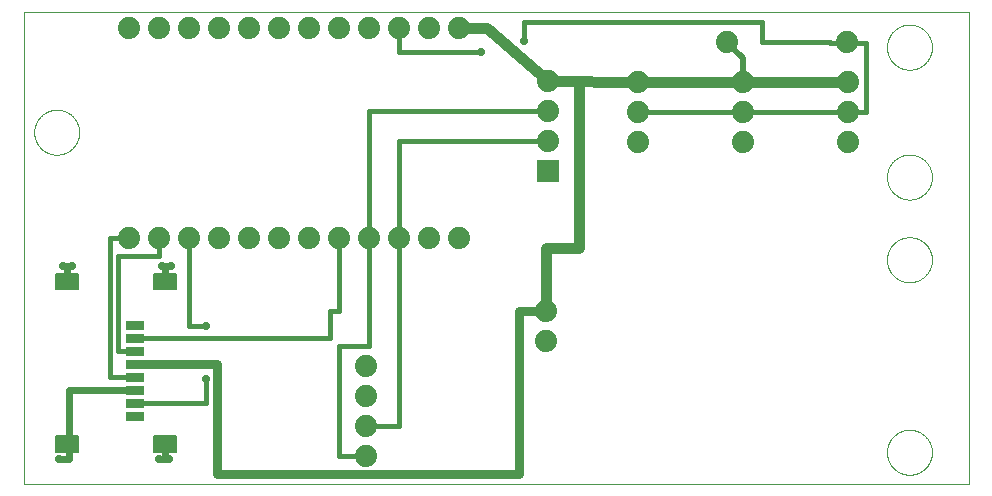
<source format=gtl>
G75*
%MOIN*%
%OFA0B0*%
%FSLAX25Y25*%
%IPPOS*%
%LPD*%
%AMOC8*
5,1,8,0,0,1.08239X$1,22.5*
%
%ADD10C,0.00000*%
%ADD11C,0.07400*%
%ADD12R,0.07400X0.07400*%
%ADD13C,0.00315*%
%ADD14C,0.00571*%
%ADD15C,0.03543*%
%ADD16C,0.01969*%
%ADD17C,0.03150*%
%ADD18C,0.01654*%
%ADD19C,0.01575*%
%ADD20C,0.02778*%
%ADD21C,0.02362*%
D10*
X0005000Y0005000D02*
X0005000Y0162480D01*
X0319961Y0162480D01*
X0319961Y0005000D01*
X0005000Y0005000D01*
X0008524Y0122323D02*
X0008526Y0122507D01*
X0008533Y0122691D01*
X0008544Y0122875D01*
X0008560Y0123058D01*
X0008580Y0123241D01*
X0008605Y0123423D01*
X0008634Y0123605D01*
X0008668Y0123786D01*
X0008706Y0123966D01*
X0008749Y0124145D01*
X0008796Y0124323D01*
X0008847Y0124500D01*
X0008903Y0124676D01*
X0008962Y0124850D01*
X0009027Y0125022D01*
X0009095Y0125193D01*
X0009167Y0125362D01*
X0009244Y0125530D01*
X0009325Y0125695D01*
X0009410Y0125858D01*
X0009498Y0126020D01*
X0009591Y0126179D01*
X0009688Y0126335D01*
X0009788Y0126490D01*
X0009892Y0126642D01*
X0010000Y0126791D01*
X0010111Y0126937D01*
X0010226Y0127081D01*
X0010345Y0127222D01*
X0010467Y0127360D01*
X0010592Y0127495D01*
X0010721Y0127626D01*
X0010852Y0127755D01*
X0010987Y0127880D01*
X0011125Y0128002D01*
X0011266Y0128121D01*
X0011410Y0128236D01*
X0011556Y0128347D01*
X0011705Y0128455D01*
X0011857Y0128559D01*
X0012012Y0128659D01*
X0012168Y0128756D01*
X0012327Y0128849D01*
X0012489Y0128937D01*
X0012652Y0129022D01*
X0012817Y0129103D01*
X0012985Y0129180D01*
X0013154Y0129252D01*
X0013325Y0129320D01*
X0013497Y0129385D01*
X0013671Y0129444D01*
X0013847Y0129500D01*
X0014024Y0129551D01*
X0014202Y0129598D01*
X0014381Y0129641D01*
X0014561Y0129679D01*
X0014742Y0129713D01*
X0014924Y0129742D01*
X0015106Y0129767D01*
X0015289Y0129787D01*
X0015472Y0129803D01*
X0015656Y0129814D01*
X0015840Y0129821D01*
X0016024Y0129823D01*
X0016208Y0129821D01*
X0016392Y0129814D01*
X0016576Y0129803D01*
X0016759Y0129787D01*
X0016942Y0129767D01*
X0017124Y0129742D01*
X0017306Y0129713D01*
X0017487Y0129679D01*
X0017667Y0129641D01*
X0017846Y0129598D01*
X0018024Y0129551D01*
X0018201Y0129500D01*
X0018377Y0129444D01*
X0018551Y0129385D01*
X0018723Y0129320D01*
X0018894Y0129252D01*
X0019063Y0129180D01*
X0019231Y0129103D01*
X0019396Y0129022D01*
X0019559Y0128937D01*
X0019721Y0128849D01*
X0019880Y0128756D01*
X0020036Y0128659D01*
X0020191Y0128559D01*
X0020343Y0128455D01*
X0020492Y0128347D01*
X0020638Y0128236D01*
X0020782Y0128121D01*
X0020923Y0128002D01*
X0021061Y0127880D01*
X0021196Y0127755D01*
X0021327Y0127626D01*
X0021456Y0127495D01*
X0021581Y0127360D01*
X0021703Y0127222D01*
X0021822Y0127081D01*
X0021937Y0126937D01*
X0022048Y0126791D01*
X0022156Y0126642D01*
X0022260Y0126490D01*
X0022360Y0126335D01*
X0022457Y0126179D01*
X0022550Y0126020D01*
X0022638Y0125858D01*
X0022723Y0125695D01*
X0022804Y0125530D01*
X0022881Y0125362D01*
X0022953Y0125193D01*
X0023021Y0125022D01*
X0023086Y0124850D01*
X0023145Y0124676D01*
X0023201Y0124500D01*
X0023252Y0124323D01*
X0023299Y0124145D01*
X0023342Y0123966D01*
X0023380Y0123786D01*
X0023414Y0123605D01*
X0023443Y0123423D01*
X0023468Y0123241D01*
X0023488Y0123058D01*
X0023504Y0122875D01*
X0023515Y0122691D01*
X0023522Y0122507D01*
X0023524Y0122323D01*
X0023522Y0122139D01*
X0023515Y0121955D01*
X0023504Y0121771D01*
X0023488Y0121588D01*
X0023468Y0121405D01*
X0023443Y0121223D01*
X0023414Y0121041D01*
X0023380Y0120860D01*
X0023342Y0120680D01*
X0023299Y0120501D01*
X0023252Y0120323D01*
X0023201Y0120146D01*
X0023145Y0119970D01*
X0023086Y0119796D01*
X0023021Y0119624D01*
X0022953Y0119453D01*
X0022881Y0119284D01*
X0022804Y0119116D01*
X0022723Y0118951D01*
X0022638Y0118788D01*
X0022550Y0118626D01*
X0022457Y0118467D01*
X0022360Y0118311D01*
X0022260Y0118156D01*
X0022156Y0118004D01*
X0022048Y0117855D01*
X0021937Y0117709D01*
X0021822Y0117565D01*
X0021703Y0117424D01*
X0021581Y0117286D01*
X0021456Y0117151D01*
X0021327Y0117020D01*
X0021196Y0116891D01*
X0021061Y0116766D01*
X0020923Y0116644D01*
X0020782Y0116525D01*
X0020638Y0116410D01*
X0020492Y0116299D01*
X0020343Y0116191D01*
X0020191Y0116087D01*
X0020036Y0115987D01*
X0019880Y0115890D01*
X0019721Y0115797D01*
X0019559Y0115709D01*
X0019396Y0115624D01*
X0019231Y0115543D01*
X0019063Y0115466D01*
X0018894Y0115394D01*
X0018723Y0115326D01*
X0018551Y0115261D01*
X0018377Y0115202D01*
X0018201Y0115146D01*
X0018024Y0115095D01*
X0017846Y0115048D01*
X0017667Y0115005D01*
X0017487Y0114967D01*
X0017306Y0114933D01*
X0017124Y0114904D01*
X0016942Y0114879D01*
X0016759Y0114859D01*
X0016576Y0114843D01*
X0016392Y0114832D01*
X0016208Y0114825D01*
X0016024Y0114823D01*
X0015840Y0114825D01*
X0015656Y0114832D01*
X0015472Y0114843D01*
X0015289Y0114859D01*
X0015106Y0114879D01*
X0014924Y0114904D01*
X0014742Y0114933D01*
X0014561Y0114967D01*
X0014381Y0115005D01*
X0014202Y0115048D01*
X0014024Y0115095D01*
X0013847Y0115146D01*
X0013671Y0115202D01*
X0013497Y0115261D01*
X0013325Y0115326D01*
X0013154Y0115394D01*
X0012985Y0115466D01*
X0012817Y0115543D01*
X0012652Y0115624D01*
X0012489Y0115709D01*
X0012327Y0115797D01*
X0012168Y0115890D01*
X0012012Y0115987D01*
X0011857Y0116087D01*
X0011705Y0116191D01*
X0011556Y0116299D01*
X0011410Y0116410D01*
X0011266Y0116525D01*
X0011125Y0116644D01*
X0010987Y0116766D01*
X0010852Y0116891D01*
X0010721Y0117020D01*
X0010592Y0117151D01*
X0010467Y0117286D01*
X0010345Y0117424D01*
X0010226Y0117565D01*
X0010111Y0117709D01*
X0010000Y0117855D01*
X0009892Y0118004D01*
X0009788Y0118156D01*
X0009688Y0118311D01*
X0009591Y0118467D01*
X0009498Y0118626D01*
X0009410Y0118788D01*
X0009325Y0118951D01*
X0009244Y0119116D01*
X0009167Y0119284D01*
X0009095Y0119453D01*
X0009027Y0119624D01*
X0008962Y0119796D01*
X0008903Y0119970D01*
X0008847Y0120146D01*
X0008796Y0120323D01*
X0008749Y0120501D01*
X0008706Y0120680D01*
X0008668Y0120860D01*
X0008634Y0121041D01*
X0008605Y0121223D01*
X0008580Y0121405D01*
X0008560Y0121588D01*
X0008544Y0121771D01*
X0008533Y0121955D01*
X0008526Y0122139D01*
X0008524Y0122323D01*
X0292776Y0107362D02*
X0292778Y0107546D01*
X0292785Y0107730D01*
X0292796Y0107914D01*
X0292812Y0108097D01*
X0292832Y0108280D01*
X0292857Y0108462D01*
X0292886Y0108644D01*
X0292920Y0108825D01*
X0292958Y0109005D01*
X0293001Y0109184D01*
X0293048Y0109362D01*
X0293099Y0109539D01*
X0293155Y0109715D01*
X0293214Y0109889D01*
X0293279Y0110061D01*
X0293347Y0110232D01*
X0293419Y0110401D01*
X0293496Y0110569D01*
X0293577Y0110734D01*
X0293662Y0110897D01*
X0293750Y0111059D01*
X0293843Y0111218D01*
X0293940Y0111374D01*
X0294040Y0111529D01*
X0294144Y0111681D01*
X0294252Y0111830D01*
X0294363Y0111976D01*
X0294478Y0112120D01*
X0294597Y0112261D01*
X0294719Y0112399D01*
X0294844Y0112534D01*
X0294973Y0112665D01*
X0295104Y0112794D01*
X0295239Y0112919D01*
X0295377Y0113041D01*
X0295518Y0113160D01*
X0295662Y0113275D01*
X0295808Y0113386D01*
X0295957Y0113494D01*
X0296109Y0113598D01*
X0296264Y0113698D01*
X0296420Y0113795D01*
X0296579Y0113888D01*
X0296741Y0113976D01*
X0296904Y0114061D01*
X0297069Y0114142D01*
X0297237Y0114219D01*
X0297406Y0114291D01*
X0297577Y0114359D01*
X0297749Y0114424D01*
X0297923Y0114483D01*
X0298099Y0114539D01*
X0298276Y0114590D01*
X0298454Y0114637D01*
X0298633Y0114680D01*
X0298813Y0114718D01*
X0298994Y0114752D01*
X0299176Y0114781D01*
X0299358Y0114806D01*
X0299541Y0114826D01*
X0299724Y0114842D01*
X0299908Y0114853D01*
X0300092Y0114860D01*
X0300276Y0114862D01*
X0300460Y0114860D01*
X0300644Y0114853D01*
X0300828Y0114842D01*
X0301011Y0114826D01*
X0301194Y0114806D01*
X0301376Y0114781D01*
X0301558Y0114752D01*
X0301739Y0114718D01*
X0301919Y0114680D01*
X0302098Y0114637D01*
X0302276Y0114590D01*
X0302453Y0114539D01*
X0302629Y0114483D01*
X0302803Y0114424D01*
X0302975Y0114359D01*
X0303146Y0114291D01*
X0303315Y0114219D01*
X0303483Y0114142D01*
X0303648Y0114061D01*
X0303811Y0113976D01*
X0303973Y0113888D01*
X0304132Y0113795D01*
X0304288Y0113698D01*
X0304443Y0113598D01*
X0304595Y0113494D01*
X0304744Y0113386D01*
X0304890Y0113275D01*
X0305034Y0113160D01*
X0305175Y0113041D01*
X0305313Y0112919D01*
X0305448Y0112794D01*
X0305579Y0112665D01*
X0305708Y0112534D01*
X0305833Y0112399D01*
X0305955Y0112261D01*
X0306074Y0112120D01*
X0306189Y0111976D01*
X0306300Y0111830D01*
X0306408Y0111681D01*
X0306512Y0111529D01*
X0306612Y0111374D01*
X0306709Y0111218D01*
X0306802Y0111059D01*
X0306890Y0110897D01*
X0306975Y0110734D01*
X0307056Y0110569D01*
X0307133Y0110401D01*
X0307205Y0110232D01*
X0307273Y0110061D01*
X0307338Y0109889D01*
X0307397Y0109715D01*
X0307453Y0109539D01*
X0307504Y0109362D01*
X0307551Y0109184D01*
X0307594Y0109005D01*
X0307632Y0108825D01*
X0307666Y0108644D01*
X0307695Y0108462D01*
X0307720Y0108280D01*
X0307740Y0108097D01*
X0307756Y0107914D01*
X0307767Y0107730D01*
X0307774Y0107546D01*
X0307776Y0107362D01*
X0307774Y0107178D01*
X0307767Y0106994D01*
X0307756Y0106810D01*
X0307740Y0106627D01*
X0307720Y0106444D01*
X0307695Y0106262D01*
X0307666Y0106080D01*
X0307632Y0105899D01*
X0307594Y0105719D01*
X0307551Y0105540D01*
X0307504Y0105362D01*
X0307453Y0105185D01*
X0307397Y0105009D01*
X0307338Y0104835D01*
X0307273Y0104663D01*
X0307205Y0104492D01*
X0307133Y0104323D01*
X0307056Y0104155D01*
X0306975Y0103990D01*
X0306890Y0103827D01*
X0306802Y0103665D01*
X0306709Y0103506D01*
X0306612Y0103350D01*
X0306512Y0103195D01*
X0306408Y0103043D01*
X0306300Y0102894D01*
X0306189Y0102748D01*
X0306074Y0102604D01*
X0305955Y0102463D01*
X0305833Y0102325D01*
X0305708Y0102190D01*
X0305579Y0102059D01*
X0305448Y0101930D01*
X0305313Y0101805D01*
X0305175Y0101683D01*
X0305034Y0101564D01*
X0304890Y0101449D01*
X0304744Y0101338D01*
X0304595Y0101230D01*
X0304443Y0101126D01*
X0304288Y0101026D01*
X0304132Y0100929D01*
X0303973Y0100836D01*
X0303811Y0100748D01*
X0303648Y0100663D01*
X0303483Y0100582D01*
X0303315Y0100505D01*
X0303146Y0100433D01*
X0302975Y0100365D01*
X0302803Y0100300D01*
X0302629Y0100241D01*
X0302453Y0100185D01*
X0302276Y0100134D01*
X0302098Y0100087D01*
X0301919Y0100044D01*
X0301739Y0100006D01*
X0301558Y0099972D01*
X0301376Y0099943D01*
X0301194Y0099918D01*
X0301011Y0099898D01*
X0300828Y0099882D01*
X0300644Y0099871D01*
X0300460Y0099864D01*
X0300276Y0099862D01*
X0300092Y0099864D01*
X0299908Y0099871D01*
X0299724Y0099882D01*
X0299541Y0099898D01*
X0299358Y0099918D01*
X0299176Y0099943D01*
X0298994Y0099972D01*
X0298813Y0100006D01*
X0298633Y0100044D01*
X0298454Y0100087D01*
X0298276Y0100134D01*
X0298099Y0100185D01*
X0297923Y0100241D01*
X0297749Y0100300D01*
X0297577Y0100365D01*
X0297406Y0100433D01*
X0297237Y0100505D01*
X0297069Y0100582D01*
X0296904Y0100663D01*
X0296741Y0100748D01*
X0296579Y0100836D01*
X0296420Y0100929D01*
X0296264Y0101026D01*
X0296109Y0101126D01*
X0295957Y0101230D01*
X0295808Y0101338D01*
X0295662Y0101449D01*
X0295518Y0101564D01*
X0295377Y0101683D01*
X0295239Y0101805D01*
X0295104Y0101930D01*
X0294973Y0102059D01*
X0294844Y0102190D01*
X0294719Y0102325D01*
X0294597Y0102463D01*
X0294478Y0102604D01*
X0294363Y0102748D01*
X0294252Y0102894D01*
X0294144Y0103043D01*
X0294040Y0103195D01*
X0293940Y0103350D01*
X0293843Y0103506D01*
X0293750Y0103665D01*
X0293662Y0103827D01*
X0293577Y0103990D01*
X0293496Y0104155D01*
X0293419Y0104323D01*
X0293347Y0104492D01*
X0293279Y0104663D01*
X0293214Y0104835D01*
X0293155Y0105009D01*
X0293099Y0105185D01*
X0293048Y0105362D01*
X0293001Y0105540D01*
X0292958Y0105719D01*
X0292920Y0105899D01*
X0292886Y0106080D01*
X0292857Y0106262D01*
X0292832Y0106444D01*
X0292812Y0106627D01*
X0292796Y0106810D01*
X0292785Y0106994D01*
X0292778Y0107178D01*
X0292776Y0107362D01*
X0292776Y0079803D02*
X0292778Y0079987D01*
X0292785Y0080171D01*
X0292796Y0080355D01*
X0292812Y0080538D01*
X0292832Y0080721D01*
X0292857Y0080903D01*
X0292886Y0081085D01*
X0292920Y0081266D01*
X0292958Y0081446D01*
X0293001Y0081625D01*
X0293048Y0081803D01*
X0293099Y0081980D01*
X0293155Y0082156D01*
X0293214Y0082330D01*
X0293279Y0082502D01*
X0293347Y0082673D01*
X0293419Y0082842D01*
X0293496Y0083010D01*
X0293577Y0083175D01*
X0293662Y0083338D01*
X0293750Y0083500D01*
X0293843Y0083659D01*
X0293940Y0083815D01*
X0294040Y0083970D01*
X0294144Y0084122D01*
X0294252Y0084271D01*
X0294363Y0084417D01*
X0294478Y0084561D01*
X0294597Y0084702D01*
X0294719Y0084840D01*
X0294844Y0084975D01*
X0294973Y0085106D01*
X0295104Y0085235D01*
X0295239Y0085360D01*
X0295377Y0085482D01*
X0295518Y0085601D01*
X0295662Y0085716D01*
X0295808Y0085827D01*
X0295957Y0085935D01*
X0296109Y0086039D01*
X0296264Y0086139D01*
X0296420Y0086236D01*
X0296579Y0086329D01*
X0296741Y0086417D01*
X0296904Y0086502D01*
X0297069Y0086583D01*
X0297237Y0086660D01*
X0297406Y0086732D01*
X0297577Y0086800D01*
X0297749Y0086865D01*
X0297923Y0086924D01*
X0298099Y0086980D01*
X0298276Y0087031D01*
X0298454Y0087078D01*
X0298633Y0087121D01*
X0298813Y0087159D01*
X0298994Y0087193D01*
X0299176Y0087222D01*
X0299358Y0087247D01*
X0299541Y0087267D01*
X0299724Y0087283D01*
X0299908Y0087294D01*
X0300092Y0087301D01*
X0300276Y0087303D01*
X0300460Y0087301D01*
X0300644Y0087294D01*
X0300828Y0087283D01*
X0301011Y0087267D01*
X0301194Y0087247D01*
X0301376Y0087222D01*
X0301558Y0087193D01*
X0301739Y0087159D01*
X0301919Y0087121D01*
X0302098Y0087078D01*
X0302276Y0087031D01*
X0302453Y0086980D01*
X0302629Y0086924D01*
X0302803Y0086865D01*
X0302975Y0086800D01*
X0303146Y0086732D01*
X0303315Y0086660D01*
X0303483Y0086583D01*
X0303648Y0086502D01*
X0303811Y0086417D01*
X0303973Y0086329D01*
X0304132Y0086236D01*
X0304288Y0086139D01*
X0304443Y0086039D01*
X0304595Y0085935D01*
X0304744Y0085827D01*
X0304890Y0085716D01*
X0305034Y0085601D01*
X0305175Y0085482D01*
X0305313Y0085360D01*
X0305448Y0085235D01*
X0305579Y0085106D01*
X0305708Y0084975D01*
X0305833Y0084840D01*
X0305955Y0084702D01*
X0306074Y0084561D01*
X0306189Y0084417D01*
X0306300Y0084271D01*
X0306408Y0084122D01*
X0306512Y0083970D01*
X0306612Y0083815D01*
X0306709Y0083659D01*
X0306802Y0083500D01*
X0306890Y0083338D01*
X0306975Y0083175D01*
X0307056Y0083010D01*
X0307133Y0082842D01*
X0307205Y0082673D01*
X0307273Y0082502D01*
X0307338Y0082330D01*
X0307397Y0082156D01*
X0307453Y0081980D01*
X0307504Y0081803D01*
X0307551Y0081625D01*
X0307594Y0081446D01*
X0307632Y0081266D01*
X0307666Y0081085D01*
X0307695Y0080903D01*
X0307720Y0080721D01*
X0307740Y0080538D01*
X0307756Y0080355D01*
X0307767Y0080171D01*
X0307774Y0079987D01*
X0307776Y0079803D01*
X0307774Y0079619D01*
X0307767Y0079435D01*
X0307756Y0079251D01*
X0307740Y0079068D01*
X0307720Y0078885D01*
X0307695Y0078703D01*
X0307666Y0078521D01*
X0307632Y0078340D01*
X0307594Y0078160D01*
X0307551Y0077981D01*
X0307504Y0077803D01*
X0307453Y0077626D01*
X0307397Y0077450D01*
X0307338Y0077276D01*
X0307273Y0077104D01*
X0307205Y0076933D01*
X0307133Y0076764D01*
X0307056Y0076596D01*
X0306975Y0076431D01*
X0306890Y0076268D01*
X0306802Y0076106D01*
X0306709Y0075947D01*
X0306612Y0075791D01*
X0306512Y0075636D01*
X0306408Y0075484D01*
X0306300Y0075335D01*
X0306189Y0075189D01*
X0306074Y0075045D01*
X0305955Y0074904D01*
X0305833Y0074766D01*
X0305708Y0074631D01*
X0305579Y0074500D01*
X0305448Y0074371D01*
X0305313Y0074246D01*
X0305175Y0074124D01*
X0305034Y0074005D01*
X0304890Y0073890D01*
X0304744Y0073779D01*
X0304595Y0073671D01*
X0304443Y0073567D01*
X0304288Y0073467D01*
X0304132Y0073370D01*
X0303973Y0073277D01*
X0303811Y0073189D01*
X0303648Y0073104D01*
X0303483Y0073023D01*
X0303315Y0072946D01*
X0303146Y0072874D01*
X0302975Y0072806D01*
X0302803Y0072741D01*
X0302629Y0072682D01*
X0302453Y0072626D01*
X0302276Y0072575D01*
X0302098Y0072528D01*
X0301919Y0072485D01*
X0301739Y0072447D01*
X0301558Y0072413D01*
X0301376Y0072384D01*
X0301194Y0072359D01*
X0301011Y0072339D01*
X0300828Y0072323D01*
X0300644Y0072312D01*
X0300460Y0072305D01*
X0300276Y0072303D01*
X0300092Y0072305D01*
X0299908Y0072312D01*
X0299724Y0072323D01*
X0299541Y0072339D01*
X0299358Y0072359D01*
X0299176Y0072384D01*
X0298994Y0072413D01*
X0298813Y0072447D01*
X0298633Y0072485D01*
X0298454Y0072528D01*
X0298276Y0072575D01*
X0298099Y0072626D01*
X0297923Y0072682D01*
X0297749Y0072741D01*
X0297577Y0072806D01*
X0297406Y0072874D01*
X0297237Y0072946D01*
X0297069Y0073023D01*
X0296904Y0073104D01*
X0296741Y0073189D01*
X0296579Y0073277D01*
X0296420Y0073370D01*
X0296264Y0073467D01*
X0296109Y0073567D01*
X0295957Y0073671D01*
X0295808Y0073779D01*
X0295662Y0073890D01*
X0295518Y0074005D01*
X0295377Y0074124D01*
X0295239Y0074246D01*
X0295104Y0074371D01*
X0294973Y0074500D01*
X0294844Y0074631D01*
X0294719Y0074766D01*
X0294597Y0074904D01*
X0294478Y0075045D01*
X0294363Y0075189D01*
X0294252Y0075335D01*
X0294144Y0075484D01*
X0294040Y0075636D01*
X0293940Y0075791D01*
X0293843Y0075947D01*
X0293750Y0076106D01*
X0293662Y0076268D01*
X0293577Y0076431D01*
X0293496Y0076596D01*
X0293419Y0076764D01*
X0293347Y0076933D01*
X0293279Y0077104D01*
X0293214Y0077276D01*
X0293155Y0077450D01*
X0293099Y0077626D01*
X0293048Y0077803D01*
X0293001Y0077981D01*
X0292958Y0078160D01*
X0292920Y0078340D01*
X0292886Y0078521D01*
X0292857Y0078703D01*
X0292832Y0078885D01*
X0292812Y0079068D01*
X0292796Y0079251D01*
X0292785Y0079435D01*
X0292778Y0079619D01*
X0292776Y0079803D01*
X0292776Y0015630D02*
X0292778Y0015814D01*
X0292785Y0015998D01*
X0292796Y0016182D01*
X0292812Y0016365D01*
X0292832Y0016548D01*
X0292857Y0016730D01*
X0292886Y0016912D01*
X0292920Y0017093D01*
X0292958Y0017273D01*
X0293001Y0017452D01*
X0293048Y0017630D01*
X0293099Y0017807D01*
X0293155Y0017983D01*
X0293214Y0018157D01*
X0293279Y0018329D01*
X0293347Y0018500D01*
X0293419Y0018669D01*
X0293496Y0018837D01*
X0293577Y0019002D01*
X0293662Y0019165D01*
X0293750Y0019327D01*
X0293843Y0019486D01*
X0293940Y0019642D01*
X0294040Y0019797D01*
X0294144Y0019949D01*
X0294252Y0020098D01*
X0294363Y0020244D01*
X0294478Y0020388D01*
X0294597Y0020529D01*
X0294719Y0020667D01*
X0294844Y0020802D01*
X0294973Y0020933D01*
X0295104Y0021062D01*
X0295239Y0021187D01*
X0295377Y0021309D01*
X0295518Y0021428D01*
X0295662Y0021543D01*
X0295808Y0021654D01*
X0295957Y0021762D01*
X0296109Y0021866D01*
X0296264Y0021966D01*
X0296420Y0022063D01*
X0296579Y0022156D01*
X0296741Y0022244D01*
X0296904Y0022329D01*
X0297069Y0022410D01*
X0297237Y0022487D01*
X0297406Y0022559D01*
X0297577Y0022627D01*
X0297749Y0022692D01*
X0297923Y0022751D01*
X0298099Y0022807D01*
X0298276Y0022858D01*
X0298454Y0022905D01*
X0298633Y0022948D01*
X0298813Y0022986D01*
X0298994Y0023020D01*
X0299176Y0023049D01*
X0299358Y0023074D01*
X0299541Y0023094D01*
X0299724Y0023110D01*
X0299908Y0023121D01*
X0300092Y0023128D01*
X0300276Y0023130D01*
X0300460Y0023128D01*
X0300644Y0023121D01*
X0300828Y0023110D01*
X0301011Y0023094D01*
X0301194Y0023074D01*
X0301376Y0023049D01*
X0301558Y0023020D01*
X0301739Y0022986D01*
X0301919Y0022948D01*
X0302098Y0022905D01*
X0302276Y0022858D01*
X0302453Y0022807D01*
X0302629Y0022751D01*
X0302803Y0022692D01*
X0302975Y0022627D01*
X0303146Y0022559D01*
X0303315Y0022487D01*
X0303483Y0022410D01*
X0303648Y0022329D01*
X0303811Y0022244D01*
X0303973Y0022156D01*
X0304132Y0022063D01*
X0304288Y0021966D01*
X0304443Y0021866D01*
X0304595Y0021762D01*
X0304744Y0021654D01*
X0304890Y0021543D01*
X0305034Y0021428D01*
X0305175Y0021309D01*
X0305313Y0021187D01*
X0305448Y0021062D01*
X0305579Y0020933D01*
X0305708Y0020802D01*
X0305833Y0020667D01*
X0305955Y0020529D01*
X0306074Y0020388D01*
X0306189Y0020244D01*
X0306300Y0020098D01*
X0306408Y0019949D01*
X0306512Y0019797D01*
X0306612Y0019642D01*
X0306709Y0019486D01*
X0306802Y0019327D01*
X0306890Y0019165D01*
X0306975Y0019002D01*
X0307056Y0018837D01*
X0307133Y0018669D01*
X0307205Y0018500D01*
X0307273Y0018329D01*
X0307338Y0018157D01*
X0307397Y0017983D01*
X0307453Y0017807D01*
X0307504Y0017630D01*
X0307551Y0017452D01*
X0307594Y0017273D01*
X0307632Y0017093D01*
X0307666Y0016912D01*
X0307695Y0016730D01*
X0307720Y0016548D01*
X0307740Y0016365D01*
X0307756Y0016182D01*
X0307767Y0015998D01*
X0307774Y0015814D01*
X0307776Y0015630D01*
X0307774Y0015446D01*
X0307767Y0015262D01*
X0307756Y0015078D01*
X0307740Y0014895D01*
X0307720Y0014712D01*
X0307695Y0014530D01*
X0307666Y0014348D01*
X0307632Y0014167D01*
X0307594Y0013987D01*
X0307551Y0013808D01*
X0307504Y0013630D01*
X0307453Y0013453D01*
X0307397Y0013277D01*
X0307338Y0013103D01*
X0307273Y0012931D01*
X0307205Y0012760D01*
X0307133Y0012591D01*
X0307056Y0012423D01*
X0306975Y0012258D01*
X0306890Y0012095D01*
X0306802Y0011933D01*
X0306709Y0011774D01*
X0306612Y0011618D01*
X0306512Y0011463D01*
X0306408Y0011311D01*
X0306300Y0011162D01*
X0306189Y0011016D01*
X0306074Y0010872D01*
X0305955Y0010731D01*
X0305833Y0010593D01*
X0305708Y0010458D01*
X0305579Y0010327D01*
X0305448Y0010198D01*
X0305313Y0010073D01*
X0305175Y0009951D01*
X0305034Y0009832D01*
X0304890Y0009717D01*
X0304744Y0009606D01*
X0304595Y0009498D01*
X0304443Y0009394D01*
X0304288Y0009294D01*
X0304132Y0009197D01*
X0303973Y0009104D01*
X0303811Y0009016D01*
X0303648Y0008931D01*
X0303483Y0008850D01*
X0303315Y0008773D01*
X0303146Y0008701D01*
X0302975Y0008633D01*
X0302803Y0008568D01*
X0302629Y0008509D01*
X0302453Y0008453D01*
X0302276Y0008402D01*
X0302098Y0008355D01*
X0301919Y0008312D01*
X0301739Y0008274D01*
X0301558Y0008240D01*
X0301376Y0008211D01*
X0301194Y0008186D01*
X0301011Y0008166D01*
X0300828Y0008150D01*
X0300644Y0008139D01*
X0300460Y0008132D01*
X0300276Y0008130D01*
X0300092Y0008132D01*
X0299908Y0008139D01*
X0299724Y0008150D01*
X0299541Y0008166D01*
X0299358Y0008186D01*
X0299176Y0008211D01*
X0298994Y0008240D01*
X0298813Y0008274D01*
X0298633Y0008312D01*
X0298454Y0008355D01*
X0298276Y0008402D01*
X0298099Y0008453D01*
X0297923Y0008509D01*
X0297749Y0008568D01*
X0297577Y0008633D01*
X0297406Y0008701D01*
X0297237Y0008773D01*
X0297069Y0008850D01*
X0296904Y0008931D01*
X0296741Y0009016D01*
X0296579Y0009104D01*
X0296420Y0009197D01*
X0296264Y0009294D01*
X0296109Y0009394D01*
X0295957Y0009498D01*
X0295808Y0009606D01*
X0295662Y0009717D01*
X0295518Y0009832D01*
X0295377Y0009951D01*
X0295239Y0010073D01*
X0295104Y0010198D01*
X0294973Y0010327D01*
X0294844Y0010458D01*
X0294719Y0010593D01*
X0294597Y0010731D01*
X0294478Y0010872D01*
X0294363Y0011016D01*
X0294252Y0011162D01*
X0294144Y0011311D01*
X0294040Y0011463D01*
X0293940Y0011618D01*
X0293843Y0011774D01*
X0293750Y0011933D01*
X0293662Y0012095D01*
X0293577Y0012258D01*
X0293496Y0012423D01*
X0293419Y0012591D01*
X0293347Y0012760D01*
X0293279Y0012931D01*
X0293214Y0013103D01*
X0293155Y0013277D01*
X0293099Y0013453D01*
X0293048Y0013630D01*
X0293001Y0013808D01*
X0292958Y0013987D01*
X0292920Y0014167D01*
X0292886Y0014348D01*
X0292857Y0014530D01*
X0292832Y0014712D01*
X0292812Y0014895D01*
X0292796Y0015078D01*
X0292785Y0015262D01*
X0292778Y0015446D01*
X0292776Y0015630D01*
X0292776Y0150669D02*
X0292778Y0150853D01*
X0292785Y0151037D01*
X0292796Y0151221D01*
X0292812Y0151404D01*
X0292832Y0151587D01*
X0292857Y0151769D01*
X0292886Y0151951D01*
X0292920Y0152132D01*
X0292958Y0152312D01*
X0293001Y0152491D01*
X0293048Y0152669D01*
X0293099Y0152846D01*
X0293155Y0153022D01*
X0293214Y0153196D01*
X0293279Y0153368D01*
X0293347Y0153539D01*
X0293419Y0153708D01*
X0293496Y0153876D01*
X0293577Y0154041D01*
X0293662Y0154204D01*
X0293750Y0154366D01*
X0293843Y0154525D01*
X0293940Y0154681D01*
X0294040Y0154836D01*
X0294144Y0154988D01*
X0294252Y0155137D01*
X0294363Y0155283D01*
X0294478Y0155427D01*
X0294597Y0155568D01*
X0294719Y0155706D01*
X0294844Y0155841D01*
X0294973Y0155972D01*
X0295104Y0156101D01*
X0295239Y0156226D01*
X0295377Y0156348D01*
X0295518Y0156467D01*
X0295662Y0156582D01*
X0295808Y0156693D01*
X0295957Y0156801D01*
X0296109Y0156905D01*
X0296264Y0157005D01*
X0296420Y0157102D01*
X0296579Y0157195D01*
X0296741Y0157283D01*
X0296904Y0157368D01*
X0297069Y0157449D01*
X0297237Y0157526D01*
X0297406Y0157598D01*
X0297577Y0157666D01*
X0297749Y0157731D01*
X0297923Y0157790D01*
X0298099Y0157846D01*
X0298276Y0157897D01*
X0298454Y0157944D01*
X0298633Y0157987D01*
X0298813Y0158025D01*
X0298994Y0158059D01*
X0299176Y0158088D01*
X0299358Y0158113D01*
X0299541Y0158133D01*
X0299724Y0158149D01*
X0299908Y0158160D01*
X0300092Y0158167D01*
X0300276Y0158169D01*
X0300460Y0158167D01*
X0300644Y0158160D01*
X0300828Y0158149D01*
X0301011Y0158133D01*
X0301194Y0158113D01*
X0301376Y0158088D01*
X0301558Y0158059D01*
X0301739Y0158025D01*
X0301919Y0157987D01*
X0302098Y0157944D01*
X0302276Y0157897D01*
X0302453Y0157846D01*
X0302629Y0157790D01*
X0302803Y0157731D01*
X0302975Y0157666D01*
X0303146Y0157598D01*
X0303315Y0157526D01*
X0303483Y0157449D01*
X0303648Y0157368D01*
X0303811Y0157283D01*
X0303973Y0157195D01*
X0304132Y0157102D01*
X0304288Y0157005D01*
X0304443Y0156905D01*
X0304595Y0156801D01*
X0304744Y0156693D01*
X0304890Y0156582D01*
X0305034Y0156467D01*
X0305175Y0156348D01*
X0305313Y0156226D01*
X0305448Y0156101D01*
X0305579Y0155972D01*
X0305708Y0155841D01*
X0305833Y0155706D01*
X0305955Y0155568D01*
X0306074Y0155427D01*
X0306189Y0155283D01*
X0306300Y0155137D01*
X0306408Y0154988D01*
X0306512Y0154836D01*
X0306612Y0154681D01*
X0306709Y0154525D01*
X0306802Y0154366D01*
X0306890Y0154204D01*
X0306975Y0154041D01*
X0307056Y0153876D01*
X0307133Y0153708D01*
X0307205Y0153539D01*
X0307273Y0153368D01*
X0307338Y0153196D01*
X0307397Y0153022D01*
X0307453Y0152846D01*
X0307504Y0152669D01*
X0307551Y0152491D01*
X0307594Y0152312D01*
X0307632Y0152132D01*
X0307666Y0151951D01*
X0307695Y0151769D01*
X0307720Y0151587D01*
X0307740Y0151404D01*
X0307756Y0151221D01*
X0307767Y0151037D01*
X0307774Y0150853D01*
X0307776Y0150669D01*
X0307774Y0150485D01*
X0307767Y0150301D01*
X0307756Y0150117D01*
X0307740Y0149934D01*
X0307720Y0149751D01*
X0307695Y0149569D01*
X0307666Y0149387D01*
X0307632Y0149206D01*
X0307594Y0149026D01*
X0307551Y0148847D01*
X0307504Y0148669D01*
X0307453Y0148492D01*
X0307397Y0148316D01*
X0307338Y0148142D01*
X0307273Y0147970D01*
X0307205Y0147799D01*
X0307133Y0147630D01*
X0307056Y0147462D01*
X0306975Y0147297D01*
X0306890Y0147134D01*
X0306802Y0146972D01*
X0306709Y0146813D01*
X0306612Y0146657D01*
X0306512Y0146502D01*
X0306408Y0146350D01*
X0306300Y0146201D01*
X0306189Y0146055D01*
X0306074Y0145911D01*
X0305955Y0145770D01*
X0305833Y0145632D01*
X0305708Y0145497D01*
X0305579Y0145366D01*
X0305448Y0145237D01*
X0305313Y0145112D01*
X0305175Y0144990D01*
X0305034Y0144871D01*
X0304890Y0144756D01*
X0304744Y0144645D01*
X0304595Y0144537D01*
X0304443Y0144433D01*
X0304288Y0144333D01*
X0304132Y0144236D01*
X0303973Y0144143D01*
X0303811Y0144055D01*
X0303648Y0143970D01*
X0303483Y0143889D01*
X0303315Y0143812D01*
X0303146Y0143740D01*
X0302975Y0143672D01*
X0302803Y0143607D01*
X0302629Y0143548D01*
X0302453Y0143492D01*
X0302276Y0143441D01*
X0302098Y0143394D01*
X0301919Y0143351D01*
X0301739Y0143313D01*
X0301558Y0143279D01*
X0301376Y0143250D01*
X0301194Y0143225D01*
X0301011Y0143205D01*
X0300828Y0143189D01*
X0300644Y0143178D01*
X0300460Y0143171D01*
X0300276Y0143169D01*
X0300092Y0143171D01*
X0299908Y0143178D01*
X0299724Y0143189D01*
X0299541Y0143205D01*
X0299358Y0143225D01*
X0299176Y0143250D01*
X0298994Y0143279D01*
X0298813Y0143313D01*
X0298633Y0143351D01*
X0298454Y0143394D01*
X0298276Y0143441D01*
X0298099Y0143492D01*
X0297923Y0143548D01*
X0297749Y0143607D01*
X0297577Y0143672D01*
X0297406Y0143740D01*
X0297237Y0143812D01*
X0297069Y0143889D01*
X0296904Y0143970D01*
X0296741Y0144055D01*
X0296579Y0144143D01*
X0296420Y0144236D01*
X0296264Y0144333D01*
X0296109Y0144433D01*
X0295957Y0144537D01*
X0295808Y0144645D01*
X0295662Y0144756D01*
X0295518Y0144871D01*
X0295377Y0144990D01*
X0295239Y0145112D01*
X0295104Y0145237D01*
X0294973Y0145366D01*
X0294844Y0145497D01*
X0294719Y0145632D01*
X0294597Y0145770D01*
X0294478Y0145911D01*
X0294363Y0146055D01*
X0294252Y0146201D01*
X0294144Y0146350D01*
X0294040Y0146502D01*
X0293940Y0146657D01*
X0293843Y0146813D01*
X0293750Y0146972D01*
X0293662Y0147134D01*
X0293577Y0147297D01*
X0293496Y0147462D01*
X0293419Y0147630D01*
X0293347Y0147799D01*
X0293279Y0147970D01*
X0293214Y0148142D01*
X0293155Y0148316D01*
X0293099Y0148492D01*
X0293048Y0148669D01*
X0293001Y0148847D01*
X0292958Y0149026D01*
X0292920Y0149206D01*
X0292886Y0149387D01*
X0292857Y0149569D01*
X0292832Y0149751D01*
X0292812Y0149934D01*
X0292796Y0150117D01*
X0292785Y0150301D01*
X0292778Y0150485D01*
X0292776Y0150669D01*
D11*
X0279331Y0152244D03*
X0279803Y0139173D03*
X0279803Y0129173D03*
X0279803Y0119173D03*
X0244764Y0119173D03*
X0244764Y0129173D03*
X0244764Y0139173D03*
X0239331Y0152244D03*
X0209724Y0139173D03*
X0209724Y0129173D03*
X0209724Y0119173D03*
X0179803Y0119331D03*
X0179803Y0129331D03*
X0179803Y0139331D03*
X0150000Y0157165D03*
X0140000Y0157165D03*
X0130000Y0157165D03*
X0120000Y0157165D03*
X0110000Y0157165D03*
X0100000Y0157165D03*
X0090000Y0157165D03*
X0080000Y0157165D03*
X0070000Y0157165D03*
X0060000Y0157165D03*
X0050000Y0157165D03*
X0040000Y0157165D03*
X0040000Y0087165D03*
X0050000Y0087165D03*
X0060000Y0087165D03*
X0070000Y0087165D03*
X0080000Y0087165D03*
X0090000Y0087165D03*
X0100000Y0087165D03*
X0110000Y0087165D03*
X0120000Y0087165D03*
X0130000Y0087165D03*
X0140000Y0087165D03*
X0150000Y0087165D03*
X0178976Y0062874D03*
X0178976Y0052874D03*
X0118976Y0044449D03*
X0118976Y0034449D03*
X0118976Y0024449D03*
X0118976Y0014449D03*
D12*
X0179803Y0109331D03*
D13*
X0044804Y0059489D02*
X0044804Y0056653D01*
X0039212Y0056653D01*
X0039212Y0059489D01*
X0044804Y0059489D01*
X0044804Y0056967D02*
X0039212Y0056967D01*
X0039212Y0057281D02*
X0044804Y0057281D01*
X0044804Y0057595D02*
X0039212Y0057595D01*
X0039212Y0057909D02*
X0044804Y0057909D01*
X0044804Y0058223D02*
X0039212Y0058223D01*
X0039212Y0058537D02*
X0044804Y0058537D01*
X0044804Y0058851D02*
X0039212Y0058851D01*
X0039212Y0059165D02*
X0044804Y0059165D01*
X0044804Y0059479D02*
X0039212Y0059479D01*
X0044804Y0055158D02*
X0044804Y0052322D01*
X0039212Y0052322D01*
X0039212Y0055158D01*
X0044804Y0055158D01*
X0044804Y0052636D02*
X0039212Y0052636D01*
X0039212Y0052950D02*
X0044804Y0052950D01*
X0044804Y0053264D02*
X0039212Y0053264D01*
X0039212Y0053578D02*
X0044804Y0053578D01*
X0044804Y0053892D02*
X0039212Y0053892D01*
X0039212Y0054206D02*
X0044804Y0054206D01*
X0044804Y0054520D02*
X0039212Y0054520D01*
X0039212Y0054834D02*
X0044804Y0054834D01*
X0044804Y0055148D02*
X0039212Y0055148D01*
X0044804Y0050827D02*
X0044804Y0047991D01*
X0039212Y0047991D01*
X0039212Y0050827D01*
X0044804Y0050827D01*
X0044804Y0048305D02*
X0039212Y0048305D01*
X0039212Y0048619D02*
X0044804Y0048619D01*
X0044804Y0048933D02*
X0039212Y0048933D01*
X0039212Y0049247D02*
X0044804Y0049247D01*
X0044804Y0049561D02*
X0039212Y0049561D01*
X0039212Y0049875D02*
X0044804Y0049875D01*
X0044804Y0050189D02*
X0039212Y0050189D01*
X0039212Y0050503D02*
X0044804Y0050503D01*
X0044804Y0050817D02*
X0039212Y0050817D01*
X0044804Y0046497D02*
X0044804Y0043661D01*
X0039212Y0043661D01*
X0039212Y0046497D01*
X0044804Y0046497D01*
X0044804Y0043975D02*
X0039212Y0043975D01*
X0039212Y0044289D02*
X0044804Y0044289D01*
X0044804Y0044603D02*
X0039212Y0044603D01*
X0039212Y0044917D02*
X0044804Y0044917D01*
X0044804Y0045231D02*
X0039212Y0045231D01*
X0039212Y0045545D02*
X0044804Y0045545D01*
X0044804Y0045859D02*
X0039212Y0045859D01*
X0039212Y0046173D02*
X0044804Y0046173D01*
X0044804Y0046487D02*
X0039212Y0046487D01*
X0044804Y0042166D02*
X0044804Y0039330D01*
X0039212Y0039330D01*
X0039212Y0042166D01*
X0044804Y0042166D01*
X0044804Y0039644D02*
X0039212Y0039644D01*
X0039212Y0039958D02*
X0044804Y0039958D01*
X0044804Y0040272D02*
X0039212Y0040272D01*
X0039212Y0040586D02*
X0044804Y0040586D01*
X0044804Y0040900D02*
X0039212Y0040900D01*
X0039212Y0041214D02*
X0044804Y0041214D01*
X0044804Y0041528D02*
X0039212Y0041528D01*
X0039212Y0041842D02*
X0044804Y0041842D01*
X0044804Y0042156D02*
X0039212Y0042156D01*
X0044804Y0037835D02*
X0044804Y0034999D01*
X0039212Y0034999D01*
X0039212Y0037835D01*
X0044804Y0037835D01*
X0044804Y0035313D02*
X0039212Y0035313D01*
X0039212Y0035627D02*
X0044804Y0035627D01*
X0044804Y0035941D02*
X0039212Y0035941D01*
X0039212Y0036255D02*
X0044804Y0036255D01*
X0044804Y0036569D02*
X0039212Y0036569D01*
X0039212Y0036883D02*
X0044804Y0036883D01*
X0044804Y0037197D02*
X0039212Y0037197D01*
X0039212Y0037511D02*
X0044804Y0037511D01*
X0044804Y0037825D02*
X0039212Y0037825D01*
X0044804Y0033505D02*
X0044804Y0030669D01*
X0039212Y0030669D01*
X0039212Y0033505D01*
X0044804Y0033505D01*
X0044804Y0030983D02*
X0039212Y0030983D01*
X0039212Y0031297D02*
X0044804Y0031297D01*
X0044804Y0031611D02*
X0039212Y0031611D01*
X0039212Y0031925D02*
X0044804Y0031925D01*
X0044804Y0032239D02*
X0039212Y0032239D01*
X0039212Y0032553D02*
X0044804Y0032553D01*
X0044804Y0032867D02*
X0039212Y0032867D01*
X0039212Y0033181D02*
X0044804Y0033181D01*
X0044804Y0033495D02*
X0039212Y0033495D01*
X0044804Y0029174D02*
X0044804Y0026338D01*
X0039212Y0026338D01*
X0039212Y0029174D01*
X0044804Y0029174D01*
X0044804Y0026652D02*
X0039212Y0026652D01*
X0039212Y0026966D02*
X0044804Y0026966D01*
X0044804Y0027280D02*
X0039212Y0027280D01*
X0039212Y0027594D02*
X0044804Y0027594D01*
X0044804Y0027908D02*
X0039212Y0027908D01*
X0039212Y0028222D02*
X0044804Y0028222D01*
X0044804Y0028536D02*
X0039212Y0028536D01*
X0039212Y0028850D02*
X0044804Y0028850D01*
X0044804Y0029164D02*
X0039212Y0029164D01*
D14*
X0055896Y0020955D02*
X0055896Y0015817D01*
X0048592Y0015817D01*
X0048592Y0020955D01*
X0055896Y0020955D01*
X0055896Y0016387D02*
X0048592Y0016387D01*
X0048592Y0016957D02*
X0055896Y0016957D01*
X0055896Y0017527D02*
X0048592Y0017527D01*
X0048592Y0018097D02*
X0055896Y0018097D01*
X0055896Y0018667D02*
X0048592Y0018667D01*
X0048592Y0019237D02*
X0055896Y0019237D01*
X0055896Y0019807D02*
X0048592Y0019807D01*
X0048592Y0020377D02*
X0055896Y0020377D01*
X0055896Y0020947D02*
X0048592Y0020947D01*
X0023219Y0020955D02*
X0023219Y0015817D01*
X0015915Y0015817D01*
X0015915Y0020955D01*
X0023219Y0020955D01*
X0023219Y0016387D02*
X0015915Y0016387D01*
X0015915Y0016957D02*
X0023219Y0016957D01*
X0023219Y0017527D02*
X0015915Y0017527D01*
X0015915Y0018097D02*
X0023219Y0018097D01*
X0023219Y0018667D02*
X0015915Y0018667D01*
X0015915Y0019237D02*
X0023219Y0019237D01*
X0023219Y0019807D02*
X0015915Y0019807D01*
X0015915Y0020377D02*
X0023219Y0020377D01*
X0023219Y0020947D02*
X0015915Y0020947D01*
X0023219Y0069951D02*
X0023219Y0075089D01*
X0023219Y0069951D02*
X0015915Y0069951D01*
X0015915Y0075089D01*
X0023219Y0075089D01*
X0023219Y0070521D02*
X0015915Y0070521D01*
X0015915Y0071091D02*
X0023219Y0071091D01*
X0023219Y0071661D02*
X0015915Y0071661D01*
X0015915Y0072231D02*
X0023219Y0072231D01*
X0023219Y0072801D02*
X0015915Y0072801D01*
X0015915Y0073371D02*
X0023219Y0073371D01*
X0023219Y0073941D02*
X0015915Y0073941D01*
X0015915Y0074511D02*
X0023219Y0074511D01*
X0023219Y0075081D02*
X0015915Y0075081D01*
X0055896Y0075089D02*
X0055896Y0069951D01*
X0048592Y0069951D01*
X0048592Y0075089D01*
X0055896Y0075089D01*
X0055896Y0070521D02*
X0048592Y0070521D01*
X0048592Y0071091D02*
X0055896Y0071091D01*
X0055896Y0071661D02*
X0048592Y0071661D01*
X0048592Y0072231D02*
X0055896Y0072231D01*
X0055896Y0072801D02*
X0048592Y0072801D01*
X0048592Y0073371D02*
X0055896Y0073371D01*
X0055896Y0073941D02*
X0048592Y0073941D01*
X0048592Y0074511D02*
X0055896Y0074511D01*
X0055896Y0075081D02*
X0048592Y0075081D01*
D15*
X0178976Y0074480D02*
X0178976Y0062874D01*
X0178976Y0083740D01*
X0190039Y0083740D01*
X0190039Y0139252D01*
X0179803Y0139331D02*
X0209724Y0139173D01*
X0244764Y0139173D01*
X0279803Y0139173D01*
X0179791Y0139331D02*
X0159602Y0157157D01*
X0150039Y0157157D01*
D16*
X0239303Y0152224D02*
X0244764Y0147157D01*
X0244764Y0139252D01*
D17*
X0178976Y0062874D02*
X0169961Y0062874D01*
X0169961Y0008543D01*
X0069567Y0008543D01*
X0069567Y0045079D01*
X0042008Y0045079D01*
D18*
X0209724Y0129173D02*
X0244764Y0129173D01*
X0279803Y0129173D01*
D19*
X0279815Y0129193D02*
X0285709Y0129193D01*
X0285709Y0152224D01*
X0273807Y0152224D01*
X0273898Y0152244D02*
X0251063Y0152244D01*
X0251063Y0158937D01*
X0171929Y0158937D01*
X0171929Y0152638D01*
X0157362Y0149094D02*
X0130028Y0149094D01*
X0130028Y0157177D01*
X0119992Y0129327D02*
X0179795Y0129327D01*
X0179803Y0119327D02*
X0130012Y0119327D01*
X0130012Y0087169D01*
X0130031Y0087193D02*
X0130031Y0024457D01*
X0118976Y0024457D01*
X0118976Y0014449D02*
X0110118Y0014449D01*
X0110118Y0051063D01*
X0120000Y0051063D01*
X0120000Y0087165D01*
X0119992Y0087122D02*
X0119992Y0129327D01*
X0110000Y0087165D02*
X0110000Y0062874D01*
X0106969Y0062874D01*
X0106969Y0053740D01*
X0042008Y0053740D01*
X0042008Y0049409D02*
X0036496Y0049409D01*
X0036496Y0080984D01*
X0050039Y0080984D01*
X0050039Y0087126D01*
X0040043Y0087201D02*
X0033740Y0087201D01*
X0033740Y0040752D01*
X0042008Y0040752D01*
X0042008Y0032087D02*
X0065630Y0032087D01*
X0065630Y0040039D01*
X0065630Y0057756D02*
X0060039Y0057756D01*
X0060039Y0087165D01*
D20*
X0054213Y0077835D03*
X0051063Y0077835D03*
X0021142Y0077835D03*
X0017992Y0077835D03*
X0065630Y0057756D03*
X0065630Y0040039D03*
X0053425Y0013268D03*
X0050276Y0013268D03*
X0019961Y0013268D03*
X0016811Y0013268D03*
X0157362Y0149094D03*
X0171929Y0152638D03*
D21*
X0054213Y0077835D02*
X0051063Y0077835D01*
X0052244Y0077835D01*
X0052244Y0072559D01*
X0021142Y0077835D02*
X0017992Y0077835D01*
X0019567Y0077835D01*
X0019567Y0072520D01*
X0019961Y0036378D02*
X0019961Y0013268D01*
X0019961Y0018346D01*
X0019567Y0018346D01*
X0019961Y0013268D02*
X0016811Y0013268D01*
X0050276Y0013268D02*
X0053425Y0013268D01*
X0052244Y0013268D01*
X0052244Y0018386D01*
X0042008Y0036378D02*
X0019961Y0036378D01*
M02*

</source>
